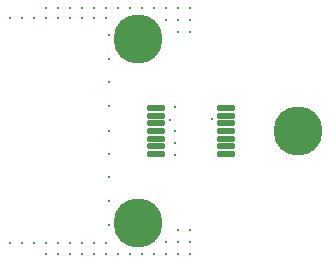
<source format=gts>
G04 Layer_Color=8388736*
%FSLAX25Y25*%
%MOIN*%
G70*
G01*
G75*
%ADD25O,0.06112X0.02175*%
%ADD26C,0.16348*%
%ADD27C,0.01200*%
D25*
X384114Y247323D02*
D03*
Y249882D02*
D03*
Y252441D02*
D03*
Y255000D02*
D03*
Y257559D02*
D03*
Y260118D02*
D03*
Y262677D02*
D03*
X360886Y247323D02*
D03*
Y249882D02*
D03*
Y252441D02*
D03*
Y255000D02*
D03*
Y257559D02*
D03*
Y260118D02*
D03*
Y262677D02*
D03*
D26*
X408000Y255000D02*
D03*
X354750Y285744D02*
D03*
Y224256D02*
D03*
D27*
X367000Y251000D02*
D03*
X345000Y287000D02*
D03*
Y279000D02*
D03*
Y271200D02*
D03*
Y255000D02*
D03*
Y223500D02*
D03*
Y231700D02*
D03*
Y239500D02*
D03*
Y247200D02*
D03*
Y263200D02*
D03*
X365400Y258800D02*
D03*
X328000Y296000D02*
D03*
X332000D02*
D03*
X336000D02*
D03*
X340000D02*
D03*
X344000D02*
D03*
X348000D02*
D03*
X352000D02*
D03*
X356000D02*
D03*
X360000D02*
D03*
X364000D02*
D03*
X368000D02*
D03*
X324000D02*
D03*
Y214000D02*
D03*
X368000D02*
D03*
X364000D02*
D03*
X360000D02*
D03*
X356000D02*
D03*
X352000D02*
D03*
X348000D02*
D03*
X344000D02*
D03*
X340000D02*
D03*
X336000D02*
D03*
X332000D02*
D03*
X328000D02*
D03*
X312000Y292500D02*
D03*
X316000D02*
D03*
X320000D02*
D03*
X324000D02*
D03*
X344000D02*
D03*
X340000D02*
D03*
X336000D02*
D03*
X332000D02*
D03*
X328000D02*
D03*
X312000Y217500D02*
D03*
X316000D02*
D03*
X320000D02*
D03*
X324000D02*
D03*
X344000D02*
D03*
X340000D02*
D03*
X336000D02*
D03*
X332000D02*
D03*
X328000D02*
D03*
X367000Y255000D02*
D03*
Y263000D02*
D03*
Y247000D02*
D03*
X379500Y259000D02*
D03*
X368000Y218000D02*
D03*
X364000D02*
D03*
X372000D02*
D03*
Y214000D02*
D03*
Y222000D02*
D03*
X368000D02*
D03*
Y292000D02*
D03*
X364000D02*
D03*
X372000D02*
D03*
Y296000D02*
D03*
Y288000D02*
D03*
X368000D02*
D03*
M02*

</source>
